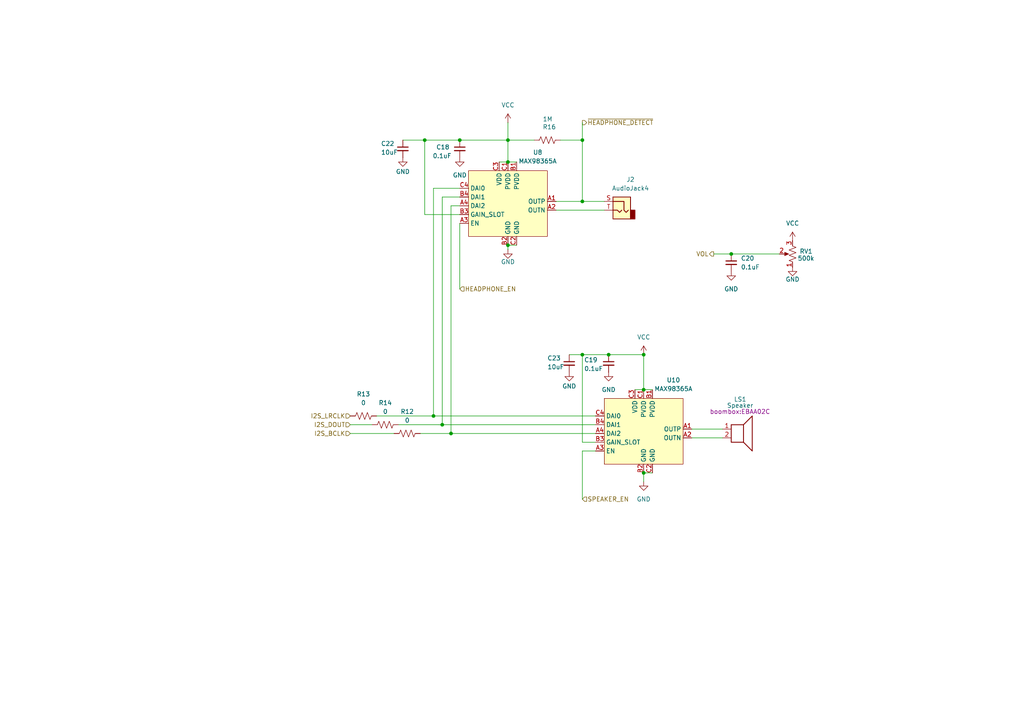
<source format=kicad_sch>
(kicad_sch (version 20231120) (generator "eeschema") (generator_version "8.0")
  (paper "A4")
  (lib_symbols
    (symbol "Connector_Audio:AudioJack2"
      (property "Reference" "J" (at 0 8.89 0))
      (property "Value" "AudioJack2" (at 0 6.35 0))
      (symbol "AudioJack2_0_1"
        (rectangle (start -3.81 0) (end -2.54 -2.54) (stroke (width 0.254)) (fill (type outline)))
        (rectangle (start -2.54 3.81) (end 2.54 -2.54) (stroke (width 0.254)) (fill (type background)))
        (polyline (pts (xy 0 0) (xy 0.635 -0.635) (xy 1.27 0) (xy 2.54 0)) (stroke (width 0.254)))
        (polyline (pts (xy 2.54 2.54) (xy -0.635 2.54) (xy -0.635 0) (xy -1.27 -0.635) (xy -1.905 0)) (stroke (width 0.254)))
      )
      (symbol "AudioJack2_1_1"
        (pin passive line (at 5.08 2.54 180) (length 2.54) (name "~") (number "S"))
        (pin passive line (at 5.08 0 180) (length 2.54) (name "~") (number "T"))
      )
    )
    (symbol "Device:C_Small" (pin_numbers hide) (pin_names (offset 0.254) hide)
      (property "Reference" "C" (at 0.254 1.778 0))
      (property "Value" "C_Small" (at 0.254 -2.032 0))
      (symbol "C_Small_0_1"
        (polyline (pts (xy -1.524 -0.508) (xy 1.524 -0.508)) (stroke (width 0.3302)))
        (polyline (pts (xy -1.524 0.508) (xy 1.524 0.508)) (stroke (width 0.3048)))
      )
      (symbol "C_Small_1_1"
        (pin passive line (at 0 2.54 270) (length 2.032) (name "~") (number "1"))
        (pin passive line (at 0 -2.54 90) (length 2.032) (name "~") (number "2"))
      )
    )
    (symbol "Device:R_Potentiometer_US" (pin_names (offset 1.016) hide)
      (property "Reference" "RV" (at -4.445 0 90))
      (property "Value" "R_Potentiometer_US" (at -2.54 0 90))
      (symbol "R_Potentiometer_US_0_1"
        (polyline (pts (xy 0 -2.286) (xy 0 -2.54)))
        (polyline (pts (xy 0 2.54) (xy 0 2.286)))
        (polyline (pts (xy 2.54 0) (xy 1.524 0)))
        (polyline (pts (xy 1.143 0) (xy 2.286 0.508) (xy 2.286 -0.508) (xy 1.143 0)) (fill (type outline)))
        (polyline (pts (xy 0 -0.762) (xy 1.016 -1.143) (xy 0 -1.524) (xy -1.016 -1.905) (xy 0 -2.286)))
        (polyline (pts (xy 0 0.762) (xy 1.016 0.381) (xy 0 0) (xy -1.016 -0.381) (xy 0 -0.762)))
        (polyline (pts (xy 0 2.286) (xy 1.016 1.905) (xy 0 1.524) (xy -1.016 1.143) (xy 0 0.762)))
      )
      (symbol "R_Potentiometer_US_1_1"
        (pin passive line (at 0 3.81 270) (length 1.27) (name "1") (number "1"))
        (pin passive line (at 3.81 0 180) (length 1.27) (name "2") (number "2"))
        (pin passive line (at 0 -3.81 90) (length 1.27) (name "3") (number "3"))
      )
    )
    (symbol "Device:R_US" (pin_numbers hide) (pin_names (offset 0))
      (property "Reference" "R" (at 2.54 0 90))
      (property "Value" "R_US" (at -2.54 0 90))
      (symbol "R_US_0_1"
        (polyline (pts (xy 0 -2.286) (xy 0 -2.54)))
        (polyline (pts (xy 0 2.286) (xy 0 2.54)))
        (polyline (pts (xy 0 -0.762) (xy 1.016 -1.143) (xy 0 -1.524) (xy -1.016 -1.905) (xy 0 -2.286)))
        (polyline (pts (xy 0 0.762) (xy 1.016 0.381) (xy 0 0) (xy -1.016 -0.381) (xy 0 -0.762)))
        (polyline (pts (xy 0 2.286) (xy 1.016 1.905) (xy 0 1.524) (xy -1.016 1.143) (xy 0 0.762)))
      )
      (symbol "R_US_1_1"
        (pin passive line (at 0 3.81 270) (length 1.27) (name "~") (number "1"))
        (pin passive line (at 0 -3.81 90) (length 1.27) (name "~") (number "2"))
      )
    )
    (symbol "Device:Speaker" (pin_names (offset 0) hide)
      (property "Reference" "LS" (at 1.27 5.715 0))
      (property "Value" "Speaker" (at 1.27 3.81 0))
      (symbol "Speaker_0_0"
        (rectangle (start -2.54 1.27) (end 1.016 -3.81) (stroke (width 0.254)))
        (polyline (pts (xy 1.016 1.27) (xy 3.556 3.81) (xy 3.556 -6.35) (xy 1.016 -3.81)) (stroke (width 0.254)))
      )
      (symbol "Speaker_1_1"
        (pin input line (at -5.08 0 0) (length 2.54) (name "1") (number "1"))
        (pin input line (at -5.08 -2.54 0) (length 2.54) (name "2") (number "2"))
      )
    )
    (symbol "boombox:MAX98365A"
      (property "Reference" "U" (at 0 26.924 0))
      (property "Value" "MAX98365A" (at 0 24.13 0))
      (symbol "MAX98365A_0_0"
        (pin output line (at 13.97 1.27 180) (length 2.54) (name "OUTP") (number "A1"))
        (pin output line (at 13.97 -1.27 180) (length 2.54) (name "OUTN") (number "A2"))
        (pin input line (at -13.97 -5.08 0) (length 2.54) (name "EN") (number "A3"))
        (pin input line (at -13.97 0 0) (length 2.54) (name "DAI2") (number "A4"))
        (pin power_in line (at 2.54 12.7 270) (length 2.54) (name "PVDD") (number "B1"))
        (pin power_in line (at 0 -11.43 90) (length 2.54) (name "GND") (number "B2"))
        (pin input line (at -13.97 -2.54 0) (length 2.54) (name "GAIN_SLOT") (number "B3"))
        (pin input line (at -13.97 2.54 0) (length 2.54) (name "DAI1") (number "B4"))
        (pin power_in line (at 0 12.7 270) (length 2.54) (name "PVDD") (number "C1"))
        (pin power_in line (at 2.54 -11.43 90) (length 2.54) (name "GND") (number "C2"))
        (pin power_in line (at -2.54 12.7 270) (length 2.54) (name "VDD") (number "C3"))
        (pin input line (at -13.97 5.08 0) (length 2.54) (name "DAI0") (number "C4"))
      )
      (symbol "MAX98365A_1_1"
        (rectangle (start -11.43 10.16) (end 11.43 -8.89) (fill (type background)))
      )
    )
    (symbol "power:GND" (power) (pin_numbers hide) (pin_names (offset 0) hide)
      (property "Value" "GND" (at 0 -3.81 0))
      (symbol "GND_0_1"
        (polyline (pts (xy 0 0) (xy 0 -1.27) (xy 1.27 -1.27) (xy 0 -2.54) (xy -1.27 -1.27) (xy 0 -1.27)))
      )
      (symbol "GND_1_1"
        (pin power_in line (at 0 0 270) (length 0) (name "~") (number "1"))
      )
    )
    (symbol "power:VCC" (power) (pin_numbers hide) (pin_names (offset 0) hide)
      (property "Value" "VCC" (at 0 3.556 0))
      (symbol "VCC_0_1"
        (polyline (pts (xy -0.762 1.27) (xy 0 2.54)))
        (polyline (pts (xy 0 0) (xy 0 2.54)))
        (polyline (pts (xy 0 2.54) (xy 0.762 1.27)))
      )
      (symbol "VCC_1_1"
        (pin power_in line (at 0 0 90) (length 0) (name "~") (number "1"))
      )
    )
  )
  (junction (at 186.69 113.03))
  (junction (at 168.91 40.64))
  (junction (at 133.35 40.64))
  (junction (at 186.69 102.87))
  (junction (at 130.81 125.73))
  (junction (at 168.91 58.42))
  (junction (at 147.32 40.64))
  (junction (at 212.09 73.66))
  (junction (at 168.91 102.87))
  (junction (at 147.32 46.99))
  (junction (at 176.53 102.87))
  (junction (at 123.19 40.64))
  (junction (at 186.69 137.16))
  (junction (at 147.32 71.12))
  (junction (at 125.73 120.65))
  (junction (at 128.27 123.19))
  (wire (pts (xy 147.32 35.56) (xy 147.32 40.64)))
  (wire (pts (xy 123.19 40.64) (xy 133.35 40.64)))
  (wire (pts (xy 161.29 60.96) (xy 175.26 60.96)))
  (wire (pts (xy 168.91 35.56) (xy 168.91 40.64)))
  (wire (pts (xy 115.57 123.19) (xy 128.27 123.19)))
  (wire (pts (xy 200.66 124.46) (xy 209.55 124.46)))
  (wire (pts (xy 147.32 71.12) (xy 149.86 71.12)))
  (wire (pts (xy 168.91 40.64) (xy 168.91 58.42)))
  (wire (pts (xy 101.6 125.73) (xy 114.3 125.73)))
  (wire (pts (xy 147.32 40.64) (xy 147.32 46.99)))
  (wire (pts (xy 133.35 54.61) (xy 125.73 54.61)))
  (wire (pts (xy 133.35 59.69) (xy 130.81 59.69)))
  (wire (pts (xy 144.78 46.99) (xy 147.32 46.99)))
  (wire (pts (xy 116.84 40.64) (xy 123.19 40.64)))
  (wire (pts (xy 186.69 137.16) (xy 186.69 139.7)))
  (wire (pts (xy 168.91 130.81) (xy 172.72 130.81)))
  (wire (pts (xy 162.56 40.64) (xy 168.91 40.64)))
  (wire (pts (xy 133.35 40.64) (xy 147.32 40.64)))
  (wire (pts (xy 130.81 59.69) (xy 130.81 125.73)))
  (wire (pts (xy 147.32 46.99) (xy 149.86 46.99)))
  (wire (pts (xy 176.53 102.87) (xy 186.69 102.87)))
  (wire (pts (xy 186.69 137.16) (xy 189.23 137.16)))
  (wire (pts (xy 133.35 62.23) (xy 123.19 62.23)))
  (wire (pts (xy 128.27 57.15) (xy 128.27 123.19)))
  (wire (pts (xy 121.92 125.73) (xy 130.81 125.73)))
  (wire (pts (xy 184.15 113.03) (xy 186.69 113.03)))
  (wire (pts (xy 226.06 73.66) (xy 212.09 73.66)))
  (wire (pts (xy 161.29 58.42) (xy 168.91 58.42)))
  (wire (pts (xy 186.69 102.87) (xy 186.69 113.03)))
  (wire (pts (xy 165.1 102.87) (xy 168.91 102.87)))
  (wire (pts (xy 186.69 113.03) (xy 189.23 113.03)))
  (wire (pts (xy 125.73 54.61) (xy 125.73 120.65)))
  (wire (pts (xy 168.91 128.27) (xy 168.91 102.87)))
  (wire (pts (xy 168.91 130.81) (xy 168.91 144.78)))
  (wire (pts (xy 128.27 123.19) (xy 172.72 123.19)))
  (wire (pts (xy 147.32 71.12) (xy 147.32 72.39)))
  (wire (pts (xy 168.91 102.87) (xy 176.53 102.87)))
  (wire (pts (xy 109.22 120.65) (xy 125.73 120.65)))
  (wire (pts (xy 130.81 125.73) (xy 172.72 125.73)))
  (wire (pts (xy 133.35 64.77) (xy 133.35 83.82)))
  (wire (pts (xy 200.66 127) (xy 209.55 127)))
  (wire (pts (xy 168.91 58.42) (xy 175.26 58.42)))
  (wire (pts (xy 101.6 123.19) (xy 107.95 123.19)))
  (wire (pts (xy 172.72 128.27) (xy 168.91 128.27)))
  (wire (pts (xy 123.19 62.23) (xy 123.19 40.64)))
  (wire (pts (xy 212.09 73.66) (xy 207.01 73.66)))
  (wire (pts (xy 147.32 40.64) (xy 154.94 40.64)))
  (wire (pts (xy 133.35 57.15) (xy 128.27 57.15)))
  (wire (pts (xy 125.73 120.65) (xy 172.72 120.65)))
  (hierarchical_label "~{HEADPHONE_DETECT}" (shape output) (at 168.91 35.56 0))
  (hierarchical_label "HEADPHONE_EN" (shape input) (at 133.35 83.82 0))
  (hierarchical_label "SPEAKER_EN" (shape input) (at 168.91 144.78 0))
  (hierarchical_label "VOL" (shape output) (at 207.01 73.66 180))
  (hierarchical_label "I2S_DOUT" (shape input) (at 101.6 123.19 180))
  (hierarchical_label "I2S_LRCLK" (shape input) (at 101.6 120.65 180))
  (hierarchical_label "I2S_BCLK" (shape input) (at 101.6 125.73 180))
  (symbol (lib_id "power:GND") (at 165.1 107.95 0) (unit 1)
    (property "Reference" "#PWR071" (effects (hide yes)))
    (property "Value" "GND" (at 165.1 112.014 0))
    (property "Description" "Power symbol creates a global label with name \"GND\" , ground" (effects (hide yes)))
  )
  (symbol (lib_id "power:GND") (at 229.87 77.47 0) (unit 1)
    (property "Reference" "#PWR048" (effects (hide yes)))
    (property "Value" "GND" (at 229.87 81.026 0))
    (property "Description" "Power symbol creates a global label with name \"GND\" , ground" (effects (hide yes)))
  )
  (symbol (lib_id "power:GND") (at 133.35 45.72 0) (unit 1)
    (property "Reference" "#PWR065" (effects (hide yes)))
    (property "Value" "GND" (at 133.35 50.8 0))
    (property "Description" "Power symbol creates a global label with name \"GND\" , ground" (effects (hide yes)))
  )
  (symbol (lib_id "Device:C_Small") (at 165.1 105.41 0) (unit 1)
    (property "Reference" "C23" (at 158.75 103.886 0) (effects (justify left)))
    (property "Value" "10uF" (at 158.75 106.426 0) (effects (justify left)))
    (property "Footprint" "Capacitor_SMD:C_0603_1608Metric_Pad1.08x0.95mm_HandSolder" (effects (hide yes)))
    (property "Description" "Unpolarized capacitor, small symbol" (effects (hide yes)))
  )
  (symbol (lib_id "power:GND") (at 147.32 72.39 0) (unit 1)
    (property "Reference" "#PWR027" (effects (hide yes)))
    (property "Value" "GND" (at 147.32 75.946 0))
    (property "Description" "Power symbol creates a global label with name \"GND\" , ground" (effects (hide yes)))
  )
  (symbol (lib_id "Device:R_US") (at 105.41 120.65 90) (unit 1)
    (property "Reference" "R13" (at 105.41 114.3 90))
    (property "Value" "0" (at 105.41 116.84 90))
    (property "Footprint" "Resistor_SMD:R_0402_1005Metric_Pad0.72x0.64mm_HandSolder" (effects (hide yes)))
    (property "Description" "Resistor, US symbol" (effects (hide yes)))
  )
  (symbol (lib_id "power:GND") (at 212.09 78.74 0) (unit 1)
    (property "Reference" "#PWR068" (effects (hide yes)))
    (property "Value" "GND" (at 212.09 83.82 0))
    (property "Description" "Power symbol creates a global label with name \"GND\" , ground" (effects (hide yes)))
  )
  (symbol (lib_id "boombox:MAX98365A") (at 186.69 125.73 0) (unit 1)
    (property "Reference" "U10" (at 195.326 110.236 0))
    (property "Value" "MAX98365A" (at 195.326 112.776 0))
    (property "Footprint" "boombox:MAX98365" (effects (hide yes)))
    (property "Datasheet" "${KIPRJMOD}/datasheets/MAX98365-3471298.pdf" (effects (hide yes)))
  )
  (symbol (lib_id "Device:R_US") (at 158.75 40.64 90) (unit 1)
    (property "Reference" "R16" (at 161.29 36.8301 90) (effects (justify left)))
    (property "Value" "1M" (at 160.274 34.544 90) (effects (justify left)))
    (property "Footprint" "Resistor_SMD:R_0402_1005Metric_Pad0.72x0.64mm_HandSolder" (effects (hide yes)))
    (property "Description" "Resistor, US symbol" (effects (hide yes)))
  )
  (symbol (lib_id "Device:C_Small") (at 176.53 105.41 0) (unit 1)
    (property "Reference" "C19" (at 169.418 104.394 0) (effects (justify left)))
    (property "Value" "0.1uF" (at 169.418 106.934 0) (effects (justify left)))
    (property "Footprint" "Capacitor_SMD:C_0402_1005Metric_Pad0.74x0.62mm_HandSolder" (effects (hide yes)))
    (property "Description" "Unpolarized capacitor, small symbol" (effects (hide yes)))
  )
  (symbol (lib_id "power:VCC") (at 147.32 35.56 0) (unit 1)
    (property "Reference" "#PWR024" (effects (hide yes)))
    (property "Value" "VCC" (at 147.32 30.48 0))
    (property "Description" "Power symbol creates a global label with name \"VCC\"" (effects (hide yes)))
  )
  (symbol (lib_id "Device:Speaker") (at 214.63 124.46 0) (unit 1)
    (property "Reference" "LS1" (at 212.852 115.824 0) (effects (justify left)))
    (property "Value" "Speaker" (at 210.82 117.602 0) (effects (justify left)))
    (property "Footprint" "boombox:EBAA02C" (at 214.63 119.38 0))
    (property "Datasheet" "${KIPRJMOD}/datasheets/OWS-5716TA-4C.pdf" (effects (hide yes)))
    (property "Description" "Speaker" (effects (hide yes)))
  )
  (symbol (lib_id "power:GND") (at 186.69 139.7 0) (unit 1)
    (property "Reference" "#PWR047" (effects (hide yes)))
    (property "Value" "GND" (at 186.69 144.78 0))
    (property "Description" "Power symbol creates a global label with name \"GND\" , ground" (effects (hide yes)))
  )
  (symbol (lib_id "power:VCC") (at 186.69 102.87 0) (unit 1)
    (property "Reference" "#PWR046" (effects (hide yes)))
    (property "Value" "VCC" (at 186.69 97.79 0))
    (property "Description" "Power symbol creates a global label with name \"VCC\"" (effects (hide yes)))
  )
  (symbol (lib_id "Device:R_US") (at 118.11 125.73 90) (unit 1)
    (property "Reference" "R12" (at 118.11 119.38 90))
    (property "Value" "0" (at 118.11 121.92 90))
    (property "Footprint" "Resistor_SMD:R_0402_1005Metric_Pad0.72x0.64mm_HandSolder" (effects (hide yes)))
    (property "Description" "Resistor, US symbol" (effects (hide yes)))
  )
  (symbol (lib_id "Device:C_Small") (at 133.35 43.18 0) (unit 1)
    (property "Reference" "C18" (at 126.492 42.672 0) (effects (justify left)))
    (property "Value" "0.1uF" (at 125.476 45.212 0) (effects (justify left)))
    (property "Footprint" "Capacitor_SMD:C_0402_1005Metric_Pad0.74x0.62mm_HandSolder" (effects (hide yes)))
    (property "Description" "Unpolarized capacitor, small symbol" (effects (hide yes)))
  )
  (symbol (lib_id "power:GND") (at 116.84 45.72 0) (unit 1)
    (property "Reference" "#PWR070" (effects (hide yes)))
    (property "Value" "GND" (at 116.84 49.784 0))
    (property "Description" "Power symbol creates a global label with name \"GND\" , ground" (effects (hide yes)))
  )
  (symbol (lib_id "Device:C_Small") (at 212.09 76.2 0) (unit 1)
    (property "Reference" "C20" (at 214.884 74.93 0) (effects (justify left)))
    (property "Value" "0.1uF" (at 214.884 77.47 0) (effects (justify left)))
    (property "Footprint" "Capacitor_SMD:C_0402_1005Metric_Pad0.74x0.62mm_HandSolder" (effects (hide yes)))
    (property "Description" "Unpolarized capacitor, small symbol" (effects (hide yes)))
  )
  (symbol (lib_id "power:GND") (at 176.53 107.95 0) (unit 1)
    (property "Reference" "#PWR067" (effects (hide yes)))
    (property "Value" "GND" (at 176.53 113.03 0))
    (property "Description" "Power symbol creates a global label with name \"GND\" , ground" (effects (hide yes)))
  )
  (symbol (lib_id "Device:R_US") (at 111.76 123.19 90) (unit 1)
    (property "Reference" "R14" (at 111.76 116.84 90))
    (property "Value" "0" (at 111.76 119.38 90))
    (property "Footprint" "Resistor_SMD:R_0402_1005Metric_Pad0.72x0.64mm_HandSolder" (effects (hide yes)))
    (property "Description" "Resistor, US symbol" (effects (hide yes)))
  )
  (symbol (lib_id "power:VCC") (at 229.87 69.85 0) (unit 1)
    (property "Reference" "#PWR023" (effects (hide yes)))
    (property "Value" "VCC" (at 229.87 64.77 0))
    (property "Description" "Power symbol creates a global label with name \"VCC\"" (effects (hide yes)))
  )
  (symbol (lib_id "boombox:MAX98365A") (at 147.32 59.69 0) (unit 1)
    (property "Reference" "U8" (at 155.956 44.196 0))
    (property "Value" "MAX98365A" (at 155.956 46.736 0))
    (property "Footprint" "boombox:MAX98365" (effects (hide yes)))
    (property "Datasheet" "${KIPRJMOD}/datasheets/MAX98365-3471298.pdf" (effects (hide yes)))
  )
  (symbol (lib_id "Device:C_Small") (at 116.84 43.18 0) (unit 1)
    (property "Reference" "C22" (at 110.49 41.656 0) (effects (justify left)))
    (property "Value" "10uF" (at 110.49 44.196 0) (effects (justify left)))
    (property "Footprint" "Capacitor_SMD:C_0603_1608Metric_Pad1.08x0.95mm_HandSolder" (effects (hide yes)))
    (property "Description" "Unpolarized capacitor, small symbol" (effects (hide yes)))
  )
  (symbol (lib_id "Connector_Audio:AudioJack2") (at 180.34 60.96 0) (mirror y) (unit 1)
    (property "Reference" "J2" (at 182.88 52.07 0))
    (property "Value" "AudioJack4" (at 182.88 54.61 0))
    (property "Footprint" "boombox:EBAA02C_Audio" (effects (hide yes)))
    (property "Description" "Audio Jack, 2 Poles (Mono / TS)" (effects (hide yes)))
  )
  (symbol (lib_id "Device:R_Potentiometer_US") (at 229.87 73.66 180) (unit 1)
    (property "Reference" "RV1" (at 235.712 72.898 0) (effects (justify left)))
    (property "Value" "500k" (at 236.22 74.93 0) (effects (justify left)))
    (property "Footprint" "boombox:Degson 3 Pin" (effects (hide yes)))
    (property "Datasheet" "${KIPRJMOD}/datasheets/P160KNP.pdf" (effects (hide yes)))
    (property "Description" "Potentiometer, US symbol" (effects (hide yes)))
  )
)
</source>
